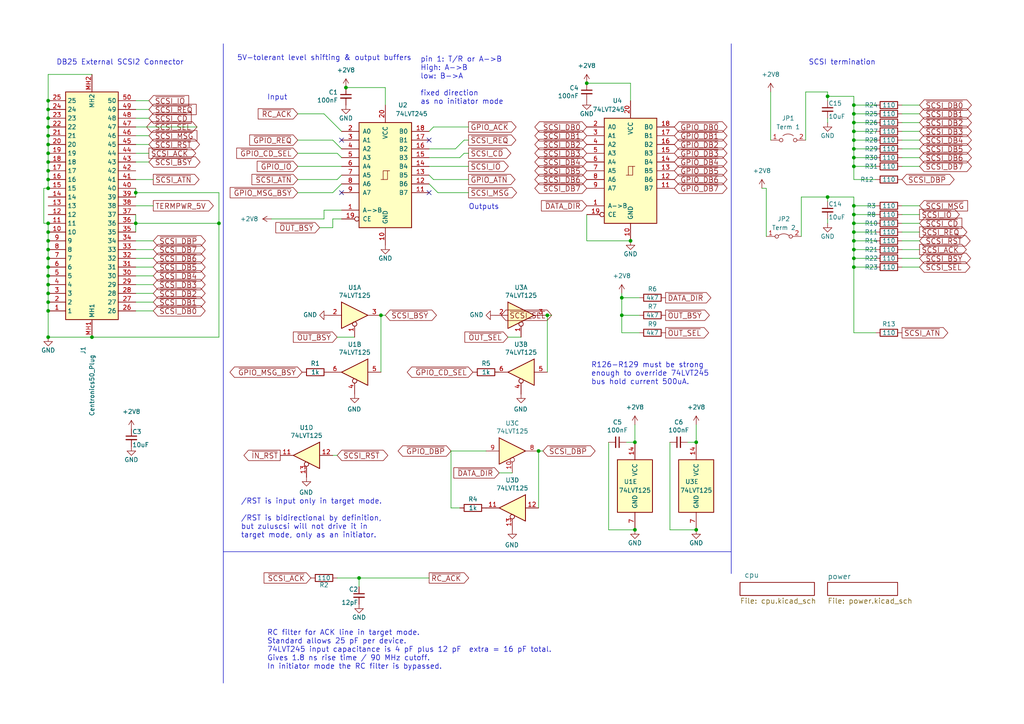
<source format=kicad_sch>
(kicad_sch (version 20230121) (generator eeschema)
  (paper "A4")
  (title_block (title "SillyTinySCSI") (rev "V2.0") (company "ZZJ / M.D.") (comment 1 "Derivative of ZuluSCSI Pico OSHW") (comment 2 "ZuluSCSI is a registered trademark of (C) Rabbit Hole Computing") (comment 3 "Descended from SCSI2SD, with special thanks to Michael McMaster"))
  (junction (at 13.97 52.07))
  (junction (at 39.37 64.77))
  (junction (at 170.18 24.13))
  (junction (at 247.65 64.77))
  (junction (at 13.97 31.75))
  (junction (at 247.65 74.93))
  (junction (at 158.75 91.44))
  (junction (at 247.65 59.69))
  (junction (at 13.97 82.55))
  (junction (at 13.97 34.29))
  (junction (at 13.97 85.09))
  (junction (at 13.97 90.17))
  (junction (at 247.65 40.64))
  (junction (at 13.97 67.31))
  (junction (at 184.15 153.67))
  (junction (at 156.21 130.81))
  (junction (at 13.97 97.79))
  (junction (at 13.97 77.47))
  (junction (at 247.65 30.48))
  (junction (at 13.97 41.91))
  (junction (at 180.34 91.44))
  (junction (at 13.97 39.37))
  (junction (at 247.65 43.18))
  (junction (at 247.65 72.39))
  (junction (at 247.65 62.23))
  (junction (at 201.93 153.67))
  (junction (at 247.65 77.47))
  (junction (at 182.88 69.85))
  (junction (at 13.97 29.21))
  (junction (at 184.15 128.27))
  (junction (at 39.37 55.88))
  (junction (at 13.97 54.61))
  (junction (at 13.97 72.39))
  (junction (at 247.65 35.56))
  (junction (at 13.97 74.93))
  (junction (at 100.33 25.4))
  (junction (at 201.93 128.27))
  (junction (at 110.49 91.44))
  (junction (at 240.03 57.15))
  (junction (at 13.97 64.77))
  (junction (at 247.65 45.72))
  (junction (at 13.97 49.53))
  (junction (at 13.97 44.45))
  (junction (at 104.14 167.64))
  (junction (at 13.97 87.63))
  (junction (at 247.65 33.02))
  (junction (at 247.65 67.31))
  (junction (at 63.5 64.77))
  (junction (at 180.34 86.36))
  (junction (at 13.97 80.01))
  (junction (at 240.03 27.94))
  (junction (at 13.97 36.83))
  (junction (at 247.65 69.85))
  (junction (at 13.97 46.99))
  (junction (at 247.65 38.1))
  (junction (at 26.67 97.79))
  (junction (at 13.97 69.85))
  (junction (at 247.65 48.26))
  (no_connect (at 124.46 55.88))
  (no_connect (at 99.06 55.88))
  (no_connect (at 124.46 40.64))
  (no_connect (at 99.06 40.64))
  (wire (pts (xy 13.97 21.59) (xy 26.67 21.59)))
  (wire (pts (xy 39.37 74.93) (xy 44.45 74.93)))
  (wire (pts (xy 39.37 72.39) (xy 44.45 72.39)))
  (wire (pts (xy 39.37 77.47) (xy 44.45 77.47)))
  (wire (pts (xy 247.65 38.1) (xy 247.65 40.64)))
  (wire (pts (xy 261.62 48.26) (xy 266.7 48.26)))
  (wire (pts (xy 39.37 41.91) (xy 43.18 41.91)))
  (wire (pts (xy 233.68 40.64) (xy 233.68 26.67)))
  (wire (pts (xy 110.49 91.44) (xy 110.49 107.95)))
  (wire (pts (xy 201.93 128.27) (xy 199.39 128.27)))
  (wire (pts (xy 194.31 128.27) (xy 194.31 153.67)))
  (wire (pts (xy 134.62 40.64) (xy 132.08 43.18)))
  (wire (pts (xy 247.65 48.26) (xy 247.65 52.07)))
  (wire (pts (xy 261.62 64.77) (xy 266.7 64.77)))
  (wire (pts (xy 124.46 48.26) (xy 135.89 48.26)))
  (wire (pts (xy 13.97 46.99) (xy 13.97 49.53)))
  (wire (pts (xy 63.5 55.88) (xy 63.5 64.77)))
  (wire (pts (xy 39.37 55.88) (xy 63.5 55.88)))
  (wire (pts (xy 247.65 43.18) (xy 247.65 45.72)))
  (wire (pts (xy 13.97 49.53) (xy 13.97 52.07)))
  (wire (pts (xy 93.98 63.5) (xy 93.98 60.96)))
  (wire (pts (xy 39.37 59.69) (xy 44.45 59.69)))
  (wire (pts (xy 39.37 64.77) (xy 39.37 67.31)))
  (wire (pts (xy 86.36 55.88) (xy 96.52 55.88)))
  (wire (pts (xy 78.74 63.5) (xy 93.98 63.5)))
  (wire (pts (xy 261.62 59.69) (xy 266.7 59.69)))
  (wire (pts (xy 247.65 67.31) (xy 247.65 69.85)))
  (wire (pts (xy 170.18 24.13) (xy 182.88 24.13)))
  (wire (pts (xy 222.25 68.58) (xy 222.25 54.61)))
  (wire (pts (xy 247.65 77.47) (xy 254 77.47)))
  (wire (pts (xy 247.65 27.94) (xy 247.65 30.48)))
  (wire (pts (xy 12.7 54.61) (xy 13.97 54.61)))
  (wire (pts (xy 132.08 43.18) (xy 124.46 43.18)))
  (wire (pts (xy 176.53 153.67) (xy 184.15 153.67)))
  (wire (pts (xy 247.65 74.93) (xy 254 74.93)))
  (wire (pts (xy 39.37 80.01) (xy 44.45 80.01)))
  (wire (pts (xy 39.37 34.29) (xy 43.18 34.29)))
  (wire (pts (xy 247.65 35.56) (xy 254 35.56)))
  (wire (pts (xy 63.5 64.77) (xy 63.5 97.79)))
  (wire (pts (xy 247.65 57.15) (xy 247.65 59.69)))
  (wire (pts (xy 261.62 67.31) (xy 266.7 67.31)))
  (wire (pts (xy 13.97 72.39) (xy 13.97 74.93)))
  (wire (pts (xy 232.41 57.15) (xy 240.03 57.15)))
  (wire (pts (xy 39.37 39.37) (xy 43.18 39.37)))
  (wire (pts (xy 13.97 85.09) (xy 13.97 87.63)))
  (wire (pts (xy 222.25 54.61) (xy 220.98 54.61)))
  (wire (pts (xy 247.65 38.1) (xy 254 38.1)))
  (wire (pts (xy 240.03 57.15) (xy 247.65 57.15)))
  (wire (pts (xy 182.88 24.13) (xy 182.88 29.21)))
  (wire (pts (xy 247.65 33.02) (xy 247.65 35.56)))
  (wire (pts (xy 261.62 30.48) (xy 266.7 30.48)))
  (wire (pts (xy 97.79 132.08) (xy 96.52 132.08)))
  (wire (pts (xy 247.65 35.56) (xy 247.65 38.1)))
  (wire (pts (xy 104.14 170.18) (xy 104.14 167.64)))
  (wire (pts (xy 13.97 34.29) (xy 13.97 36.83)))
  (wire (pts (xy 240.03 26.67) (xy 240.03 27.94)))
  (wire (pts (xy 13.97 64.77) (xy 13.97 67.31)))
  (wire (pts (xy 247.65 64.77) (xy 247.65 67.31)))
  (wire (pts (xy 39.37 54.61) (xy 39.37 55.88)))
  (wire (pts (xy 261.62 43.18) (xy 266.7 43.18)))
  (wire (pts (xy 261.62 33.02) (xy 266.7 33.02)))
  (wire (pts (xy 97.79 44.45) (xy 99.06 45.72)))
  (wire (pts (xy 39.37 90.17) (xy 44.45 90.17)))
  (wire (pts (xy 13.97 44.45) (xy 13.97 46.99)))
  (wire (pts (xy 13.97 39.37) (xy 13.97 41.91)))
  (wire (pts (xy 247.65 74.93) (xy 247.65 77.47)))
  (wire (pts (xy 170.18 69.85) (xy 182.88 69.85)))
  (wire (pts (xy 39.37 82.55) (xy 44.45 82.55)))
  (wire (pts (xy 261.62 72.39) (xy 266.7 72.39)))
  (wire (pts (xy 261.62 62.23) (xy 266.7 62.23)))
  (wire (pts (xy 13.97 87.63) (xy 13.97 90.17)))
  (wire (pts (xy 261.62 35.56) (xy 266.7 35.56)))
  (wire (pts (xy 13.97 80.01) (xy 13.97 82.55)))
  (wire (pts (xy 125.73 36.83) (xy 135.89 36.83)))
  (wire (pts (xy 247.65 40.64) (xy 247.65 43.18)))
  (wire (pts (xy 247.65 59.69) (xy 247.65 62.23)))
  (wire (pts (xy 99.06 38.1) (xy 93.98 33.02)))
  (wire (pts (xy 13.97 41.91) (xy 13.97 44.45)))
  (wire (pts (xy 144.78 107.95) (xy 143.51 107.95)))
  (wire (pts (xy 170.18 62.23) (xy 170.18 69.85)))
  (polyline (pts (xy 64.77 198.12) (xy 64.77 12.7)))
  (wire (pts (xy 158.75 91.44) (xy 158.75 107.95)))
  (wire (pts (xy 254 59.69) (xy 247.65 59.69)))
  (wire (pts (xy 134.62 44.45) (xy 135.89 44.45)))
  (wire (pts (xy 261.62 40.64) (xy 266.7 40.64)))
  (wire (pts (xy 104.14 167.64) (xy 97.79 167.64)))
  (wire (pts (xy 247.65 72.39) (xy 247.65 74.93)))
  (wire (pts (xy 39.37 44.45) (xy 43.18 44.45)))
  (wire (pts (xy 185.42 86.36) (xy 180.34 86.36)))
  (wire (pts (xy 13.97 31.75) (xy 13.97 34.29)))
  (wire (pts (xy 160.02 91.44) (xy 158.75 91.44)))
  (wire (pts (xy 39.37 52.07) (xy 44.45 52.07)))
  (wire (pts (xy 13.97 29.21) (xy 13.97 21.59)))
  (wire (pts (xy 261.62 77.47) (xy 266.7 77.47)))
  (wire (pts (xy 39.37 46.99) (xy 43.18 46.99)))
  (wire (pts (xy 97.79 52.07) (xy 99.06 50.8)))
  (wire (pts (xy 247.65 72.39) (xy 254 72.39)))
  (wire (pts (xy 13.97 67.31) (xy 13.97 69.85)))
  (wire (pts (xy 130.81 130.81) (xy 140.97 130.81)))
  (wire (pts (xy 180.34 91.44) (xy 180.34 86.36)))
  (wire (pts (xy 111.76 25.4) (xy 111.76 30.48)))
  (wire (pts (xy 39.37 62.23) (xy 39.37 64.77)))
  (wire (pts (xy 181.61 128.27) (xy 184.15 128.27)))
  (wire (pts (xy 86.36 48.26) (xy 99.06 48.26)))
  (wire (pts (xy 247.65 69.85) (xy 247.65 72.39)))
  (wire (pts (xy 12.7 64.77) (xy 12.7 54.61)))
  (wire (pts (xy 100.33 25.4) (xy 111.76 25.4)))
  (wire (pts (xy 39.37 87.63) (xy 44.45 87.63)))
  (wire (pts (xy 240.03 29.21) (xy 240.03 27.94)))
  (wire (pts (xy 104.14 167.64) (xy 124.46 167.64)))
  (wire (pts (xy 185.42 96.52) (xy 180.34 96.52)))
  (wire (pts (xy 261.62 38.1) (xy 266.7 38.1)))
  (wire (pts (xy 157.48 130.81) (xy 156.21 130.81)))
  (wire (pts (xy 124.46 45.72) (xy 133.35 45.72)))
  (wire (pts (xy 223.52 26.67) (xy 223.52 40.64)))
  (wire (pts (xy 247.65 48.26) (xy 254 48.26)))
  (wire (pts (xy 39.37 85.09) (xy 44.45 85.09)))
  (wire (pts (xy 111.76 91.44) (xy 110.49 91.44)))
  (wire (pts (xy 135.89 40.64) (xy 134.62 40.64)))
  (wire (pts (xy 39.37 64.77) (xy 63.5 64.77)))
  (wire (pts (xy 39.37 69.85) (xy 44.45 69.85)))
  (wire (pts (xy 97.79 97.79) (xy 102.87 97.79)))
  (wire (pts (xy 247.65 64.77) (xy 254 64.77)))
  (wire (pts (xy 13.97 29.21) (xy 13.97 31.75)))
  (wire (pts (xy 86.36 44.45) (xy 97.79 44.45)))
  (wire (pts (xy 13.97 82.55) (xy 13.97 85.09)))
  (wire (pts (xy 240.03 27.94) (xy 247.65 27.94)))
  (wire (pts (xy 247.65 45.72) (xy 254 45.72)))
  (wire (pts (xy 240.03 34.29) (xy 240.03 35.56)))
  (wire (pts (xy 194.31 153.67) (xy 201.93 153.67)))
  (wire (pts (xy 261.62 74.93) (xy 266.7 74.93)))
  (wire (pts (xy 13.97 97.79) (xy 26.67 97.79)))
  (wire (pts (xy 96.52 40.64) (xy 86.36 40.64)))
  (wire (pts (xy 130.81 147.32) (xy 130.81 130.81)))
  (wire (pts (xy 247.65 62.23) (xy 247.65 64.77)))
  (polyline (pts (xy 212.09 12.7) (xy 212.09 166.37)))
  (wire (pts (xy 13.97 74.93) (xy 13.97 77.47)))
  (wire (pts (xy 13.97 52.07) (xy 13.97 54.61)))
  (wire (pts (xy 176.53 128.27) (xy 176.53 153.67)))
  (wire (pts (xy 247.65 40.64) (xy 254 40.64)))
  (wire (pts (xy 254 96.52) (xy 247.65 96.52)))
  (wire (pts (xy 26.67 97.79) (xy 63.5 97.79)))
  (wire (pts (xy 247.65 45.72) (xy 247.65 48.26)))
  (wire (pts (xy 156.21 130.81) (xy 156.21 147.32)))
  (wire (pts (xy 133.35 45.72) (xy 134.62 44.45)))
  (wire (pts (xy 39.37 29.21) (xy 43.18 29.21)))
  (wire (pts (xy 125.73 52.07) (xy 135.89 52.07)))
  (wire (pts (xy 93.98 60.96) (xy 99.06 60.96)))
  (polyline (pts (xy 64.77 160.02) (xy 212.09 160.02)))
  (wire (pts (xy 184.15 128.27) (xy 184.15 123.19)))
  (wire (pts (xy 96.52 63.5) (xy 99.06 63.5)))
  (wire (pts (xy 127 55.88) (xy 135.89 55.88)))
  (wire (pts (xy 247.65 43.18) (xy 254 43.18)))
  (wire (pts (xy 13.97 64.77) (xy 12.7 64.77)))
  (wire (pts (xy 247.65 30.48) (xy 247.65 33.02)))
  (wire (pts (xy 13.97 69.85) (xy 13.97 72.39)))
  (wire (pts (xy 13.97 90.17) (xy 13.97 97.79)))
  (wire (pts (xy 180.34 86.36) (xy 180.34 85.09)))
  (wire (pts (xy 254 52.07) (xy 247.65 52.07)))
  (wire (pts (xy 247.65 96.52) (xy 247.65 77.47)))
  (wire (pts (xy 96.52 55.88) (xy 99.06 53.34)))
  (wire (pts (xy 185.42 91.44) (xy 180.34 91.44)))
  (wire (pts (xy 201.93 123.19) (xy 201.93 128.27)))
  (wire (pts (xy 254 30.48) (xy 247.65 30.48)))
  (wire (pts (xy 13.97 77.47) (xy 13.97 80.01)))
  (wire (pts (xy 233.68 26.67) (xy 240.03 26.67)))
  (wire (pts (xy 125.73 36.83) (xy 124.46 38.1)))
  (wire (pts (xy 180.34 91.44) (xy 180.34 96.52)))
  (wire (pts (xy 13.97 36.83) (xy 13.97 39.37)))
  (wire (pts (xy 247.65 62.23) (xy 254 62.23)))
  (wire (pts (xy 93.98 33.02) (xy 86.36 33.02)))
  (wire (pts (xy 130.81 147.32) (xy 133.35 147.32)))
  (wire (pts (xy 92.71 66.04) (xy 96.52 66.04)))
  (wire (pts (xy 232.41 68.58) (xy 232.41 57.15)))
  (wire (pts (xy 261.62 69.85) (xy 266.7 69.85)))
  (wire (pts (xy 247.65 33.02) (xy 254 33.02)))
  (wire (pts (xy 144.78 137.16) (xy 148.59 137.16)))
  (wire (pts (xy 96.52 66.04) (xy 96.52 63.5)))
  (wire (pts (xy 39.37 36.83) (xy 57.15 36.83)))
  (wire (pts (xy 99.06 43.18) (xy 96.52 40.64)))
  (wire (pts (xy 147.32 97.79) (xy 151.13 97.79)))
  (wire (pts (xy 247.65 69.85) (xy 254 69.85)))
  (wire (pts (xy 39.37 31.75) (xy 43.18 31.75)))
  (wire (pts (xy 247.65 67.31) (xy 254 67.31)))
  (wire (pts (xy 240.03 63.5) (xy 240.03 64.77)))
  (wire (pts (xy 86.36 52.07) (xy 97.79 52.07)))
  (wire (pts (xy 261.62 45.72) (xy 266.7 45.72)))
  (wire (pts (xy 39.37 57.15) (xy 39.37 55.88)))
  (wire (pts (xy 125.73 52.07) (xy 124.46 50.8)))
  (wire (pts (xy 240.03 58.42) (xy 240.03 57.15)))
  (wire (pts (xy 127 55.88) (xy 124.46 53.34)))
  (text "SCSI termination" (at 254 19.05 0) (effects (font (size 1.524 1.524)) (justify right bottom)))
  (text "pin 1: T/R or A->B\nHigh: A->B\nlow: B->A\n\nfixed direction\nas no initiator mode" (at 121.92 30.48 0) (effects (font (size 1.524 1.524)) (justify left bottom)))
  (text "R126-R129 must be strong\nenough to override 74LVT245\nbus hold current 500uA." (at 171.45 111.76 0) (effects (font (size 1.524 1.524)) (justify left bottom)))
  (text "5V-tolerant level shifting & output buffers" (at 119.38 17.78 0) (effects (font (size 1.524 1.524)) (justify right bottom)))
  (text "/RST is input only in target mode.\n\n/RST is bidirectional by definition, \nbut zuluscsi will not drive it in\ntarget mode, only as an initiator." (at 69.85 156.21 0) (effects (font (size 1.524 1.524)) (justify left bottom)))
  (text "DB25 External SCSI2 Connector" (at 53.34 19.05 0) (effects (font (size 1.524 1.524)) (justify right bottom)))
  (text "Outputs\n" (at 135.89 60.96 0) (effects (font (size 1.524 1.524)) (justify left bottom)))
  (text "Input" (at 77.47 29.21 0) (effects (font (size 1.524 1.524)) (justify left bottom)))
  (text "RC filter for ACK line in target mode.\nStandard allows 25 pF per device.\n74LVT245 input capacitance is 4 pF plus 12 pF  extra = 16 pF total.\nGives 1.8 ns rise time / 90 MHz cutoff.\nIn initiator mode the RC filter is bypassed." (at 77.47 194.31 0) (effects (font (size 1.524 1.524)) (justify left bottom)))
  (global_label "~{OUT_BSY}" (shape input) (at 97.79 97.79 180) (effects (font (size 1.524 1.524))) (property "Intersheetrefs" "${INTERSHEET_REFS}" (effects hide)))
  (global_label "~{SCSI_BSY}" (shape bidirectional) (at 266.7 74.93 0) (effects (font (size 1.524 1.524))) (property "Intersheetrefs" "${INTERSHEET_REFS}" (effects hide)))
  (global_label "~{SCSI_ACK}" (shape output) (at 266.7 72.39 0) (effects (font (size 1.524 1.524))) (property "Intersheetrefs" "${INTERSHEET_REFS}" (effects hide)))
  (global_label "~{OUT_SEL}" (shape output) (at 193.04 96.52 0) (effects (font (size 1.524 1.524))) (property "Intersheetrefs" "${INTERSHEET_REFS}" (effects hide)))
  (global_label "~{SCSI_IO}" (shape output) (at 266.7 62.23 0) (effects (font (size 1.524 1.524))) (property "Intersheetrefs" "${INTERSHEET_REFS}" (effects hide)))
  (global_label "TERMPWR_5V" (shape output) (at 44.45 59.69 0) (effects (font (size 1.524 1.524))) (property "Intersheetrefs" "${INTERSHEET_REFS}" (effects hide)))
  (global_label "~{SCSI_DB5}" (shape bidirectional) (at 266.7 43.18 0) (effects (font (size 1.524 1.524))) (property "Intersheetrefs" "${INTERSHEET_REFS}" (effects hide)))
  (global_label "~{SCSI_DB7}" (shape bidirectional) (at 44.45 72.39 0) (effects (font (size 1.524 1.524))) (property "Intersheetrefs" "${INTERSHEET_REFS}" (effects hide)))
  (global_label "~{SCSI_DB1}" (shape bidirectional) (at 170.18 39.37 180) (effects (font (size 1.524 1.524))) (property "Intersheetrefs" "${INTERSHEET_REFS}" (effects hide)))
  (global_label "~{SCSI_DBP}" (shape bidirectional) (at 261.62 52.07 0) (effects (font (size 1.524 1.524))) (property "Intersheetrefs" "${INTERSHEET_REFS}" (effects hide)))
  (global_label "~{SCSI_REQ}" (shape output) (at 266.7 67.31 0) (effects (font (size 1.524 1.524))) (property "Intersheetrefs" "${INTERSHEET_REFS}" (effects hide)))
  (global_label "~{SCSI_IO}" (shape output) (at 135.89 48.26 0) (effects (font (size 1.524 1.524))) (property "Intersheetrefs" "${INTERSHEET_REFS}" (effects hide)))
  (global_label "~{SCSI_CD}" (shape input) (at 43.18 34.29 0) (effects (font (size 1.524 1.524))) (property "Intersheetrefs" "${INTERSHEET_REFS}" (effects hide)))
  (global_label "~{SCSI_ATN}" (shape output) (at 261.62 96.52 0) (effects (font (size 1.524 1.524))) (property "Intersheetrefs" "${INTERSHEET_REFS}" (effects hide)))
  (global_label "~{SCSI_MSG}" (shape input) (at 43.18 39.37 0) (effects (font (size 1.524 1.524))) (property "Intersheetrefs" "${INTERSHEET_REFS}" (effects hide)))
  (global_label "~{SCSI_RST}" (shape bidirectional) (at 97.79 132.08 0) (effects (font (size 1.524 1.524))) (property "Intersheetrefs" "${INTERSHEET_REFS}" (effects hide)))
  (global_label "~{GPIO_DB4}" (shape bidirectional) (at 195.58 46.99 0) (effects (font (size 1.524 1.524))) (property "Intersheetrefs" "${INTERSHEET_REFS}" (effects hide)))
  (global_label "~{DATA_DIR}" (shape input) (at 144.78 137.16 180) (effects (font (size 1.524 1.524))) (property "Intersheetrefs" "${INTERSHEET_REFS}" (effects hide)))
  (global_label "~{SCSI_REQ}" (shape output) (at 135.89 40.64 0) (effects (font (size 1.524 1.524))) (property "Intersheetrefs" "${INTERSHEET_REFS}" (effects hide)))
  (global_label "~{DATA_DIR}" (shape output) (at 193.04 86.36 0) (effects (font (size 1.524 1.524))) (property "Intersheetrefs" "${INTERSHEET_REFS}" (effects hide)))
  (global_label "~{GPIO_ACK}" (shape output) (at 135.89 36.83 0) (effects (font (size 1.524 1.524))) (property "Intersheetrefs" "${INTERSHEET_REFS}" (effects hide)))
  (global_label "~{SCSI_DB0}" (shape bidirectional) (at 170.18 36.83 180) (effects (font (size 1.524 1.524))) (property "Intersheetrefs" "${INTERSHEET_REFS}" (effects hide)))
  (global_label "~{SCSI_DBP}" (shape bidirectional) (at 157.48 130.81 0) (effects (font (size 1.524 1.524))) (property "Intersheetrefs" "${INTERSHEET_REFS}" (effects hide)))
  (global_label "~{SCSI_DB6}" (shape bidirectional) (at 170.18 52.07 180) (effects (font (size 1.524 1.524))) (property "Intersheetrefs" "${INTERSHEET_REFS}" (effects hide)))
  (global_label "~{OUT_BSY}" (shape output) (at 193.04 91.44 0) (effects (font (size 1.524 1.524))) (property "Intersheetrefs" "${INTERSHEET_REFS}" (effects hide)))
  (global_label "~{OUT_SEL}" (shape input) (at 147.32 97.79 180) (effects (font (size 1.524 1.524))) (property "Intersheetrefs" "${INTERSHEET_REFS}" (effects hide)))
  (global_label "~{SCSI_DB3}" (shape bidirectional) (at 266.7 38.1 0) (effects (font (size 1.524 1.524))) (property "Intersheetrefs" "${INTERSHEET_REFS}" (effects hide)))
  (global_label "~{SCSI_SEL}" (shape bidirectional) (at 266.7 77.47 0) (effects (font (size 1.524 1.524))) (property "Intersheetrefs" "${INTERSHEET_REFS}" (effects hide)))
  (global_label "~{GPIO_DB7}" (shape bidirectional) (at 195.58 54.61 0) (effects (font (size 1.524 1.524))) (property "Intersheetrefs" "${INTERSHEET_REFS}" (effects hide)))
  (global_label "~{SCSI_DB6}" (shape bidirectional) (at 44.45 74.93 0) (effects (font (size 1.524 1.524))) (property "Intersheetrefs" "${INTERSHEET_REFS}" (effects hide)))
  (global_label "~{GPIO_IO}" (shape input) (at 86.36 48.26 180) (effects (font (size 1.524 1.524))) (property "Intersheetrefs" "${INTERSHEET_REFS}" (effects hide)))
  (global_label "~{SCSI_BSY}" (shape bidirectional) (at 43.18 46.99 0) (effects (font (size 1.524 1.524))) (property "Intersheetrefs" "${INTERSHEET_REFS}" (effects hide)))
  (global_label "~{GPIO_DB5}" (shape bidirectional) (at 195.58 49.53 0) (effects (font (size 1.524 1.524))) (property "Intersheetrefs" "${INTERSHEET_REFS}" (effects hide)))
  (global_label "~{DATA_DIR}" (shape input) (at 170.18 59.69 180) (effects (font (size 1.524 1.524))) (property "Intersheetrefs" "${INTERSHEET_REFS}" (effects hide)))
  (global_label "~{SCSI_REQ}" (shape input) (at 43.18 31.75 0) (effects (font (size 1.524 1.524))) (property "Intersheetrefs" "${INTERSHEET_REFS}" (effects hide)))
  (global_label "~{SCSI_DB0}" (shape bidirectional) (at 44.45 90.17 0) (effects (font (size 1.524 1.524))) (property "Intersheetrefs" "${INTERSHEET_REFS}" (effects hide)))
  (global_label "~{SCSI_ATN}" (shape output) (at 44.45 52.07 0) (effects (font (size 1.524 1.524))) (property "Intersheetrefs" "${INTERSHEET_REFS}" (effects hide)))
  (global_label "~{SCSI_DB2}" (shape bidirectional) (at 44.45 85.09 0) (effects (font (size 1.524 1.524))) (property "Intersheetrefs" "${INTERSHEET_REFS}" (effects hide)))
  (global_label "~{GPIO_DB2}" (shape bidirectional) (at 195.58 41.91 0) (effects (font (size 1.524 1.524))) (property "Intersheetrefs" "${INTERSHEET_REFS}" (effects hide)))
  (global_label "~{SCSI_DB2}" (shape bidirectional) (at 170.18 41.91 180) (effects (font (size 1.524 1.524))) (property "Intersheetrefs" "${INTERSHEET_REFS}" (effects hide)))
  (global_label "~{SCSI_DB5}" (shape bidirectional) (at 170.18 49.53 180) (effects (font (size 1.524 1.524))) (property "Intersheetrefs" "${INTERSHEET_REFS}" (effects hide)))
  (global_label "~{SCSI_DB0}" (shape bidirectional) (at 266.7 30.48 0) (effects (font (size 1.524 1.524))) (property "Intersheetrefs" "${INTERSHEET_REFS}" (effects hide)))
  (global_label "~{RC_ACK}" (shape input) (at 86.36 33.02 180) (effects (font (size 1.524 1.524))) (property "Intersheetrefs" "${INTERSHEET_REFS}" (effects hide)))
  (global_label "~{RC_ACK}" (shape output) (at 124.46 167.64 0) (effects (font (size 1.524 1.524))) (property "Intersheetrefs" "${INTERSHEET_REFS}" (effects hide)))
  (global_label "~{SCSI_CD}" (shape output) (at 135.89 44.45 0) (effects (font (size 1.524 1.524))) (property "Intersheetrefs" "${INTERSHEET_REFS}" (effects hide)))
  (global_label "~{SCSI_BSY}" (shape bidirectional) (at 111.76 91.44 0) (effects (font (size 1.524 1.524))) (property "Intersheetrefs" "${INTERSHEET_REFS}" (effects hide)))
  (global_label "~{SCSI_DB7}" (shape bidirectional) (at 170.18 54.61 180) (effects (font (size 1.524 1.524))) (property "Intersheetrefs" "${INTERSHEET_REFS}" (effects hide)))
  (global_label "~{SCSI_SEL}" (shape bidirectional) (at 57.15 36.83 180) (effects (font (size 1.524 1.524))) (property "Intersheetrefs" "${INTERSHEET_REFS}" (effects hide)))
  (global_label "~{SCSI_DB4}" (shape bidirectional) (at 44.45 80.01 0) (effects (font (size 1.524 1.524))) (property "Intersheetrefs" "${INTERSHEET_REFS}" (effects hide)))
  (global_label "~{SCSI_DBP}" (shape bidirectional) (at 44.45 69.85 0) (effects (font (size 1.524 1.524))) (property "Intersheetrefs" "${INTERSHEET_REFS}" (effects hide)))
  (global_label "~{GPIO_MSG_BSY}" (shape input) (at 86.36 55.88 180) (effects (font (size 1.524 1.524))) (property "Intersheetrefs" "${INTERSHEET_REFS}" (effects hide)))
  (global_label "~{GPIO_DBP}" (shape bidirectional) (at 130.81 130.81 180) (effects (font (size 1.524 1.524))) (property "Intersheetrefs" "${INTERSHEET_REFS}" (effects hide)))
  (global_label "~{GPIO_DB0}" (shape bidirectional) (at 195.58 36.83 0) (effects (font (size 1.524 1.524))) (property "Intersheetrefs" "${INTERSHEET_REFS}" (effects hide)))
  (global_label "~{GPIO_ATN}" (shape output) (at 135.89 52.07 0) (effects (font (size 1.524 1.524))) (property "Intersheetrefs" "${INTERSHEET_REFS}" (effects hide)))
  (global_label "~{SCSI_ATN}" (shape input) (at 86.36 52.07 180) (effects (font (size 1.524 1.524))) (property "Intersheetrefs" "${INTERSHEET_REFS}" (effects hide)))
  (global_label "~{SCSI_MSG}" (shape input) (at 266.7 59.69 0) (effects (font (size 1.524 1.524))) (property "Intersheetrefs" "${INTERSHEET_REFS}" (effects hide)))
  (global_label "~{SCSI_DB1}" (shape bidirectional) (at 44.45 87.63 0) (effects (font (size 1.524 1.524))) (property "Intersheetrefs" "${INTERSHEET_REFS}" (effects hide)))
  (global_label "~{GPIO_MSG_BSY}" (shape bidirectional) (at 87.63 107.95 180) (effects (font (size 1.524 1.524))) (property "Intersheetrefs" "${INTERSHEET_REFS}" (effects hide)))
  (global_label "~{SCSI_ACK}" (shape output) (at 43.18 44.45 0) (effects (font (size 1.524 1.524))) (property "Intersheetrefs" "${INTERSHEET_REFS}" (effects hide)))
  (global_label "~{OUT_BSY}" (shape input) (at 92.71 66.04 180) (effects (font (size 1.524 1.524))) (property "Intersheetrefs" "${INTERSHEET_REFS}" (effects hide)))
  (global_label "~{GPIO_DB3}" (shape bidirectional) (at 195.58 44.45 0) (effects (font (size 1.524 1.524))) (property "Intersheetrefs" "${INTERSHEET_REFS}" (effects hide)))
  (global_label "~{SCSI_DB7}" (shape bidirectional) (at 266.7 48.26 0) (effects (font (size 1.524 1.524))) (property "Intersheetrefs" "${INTERSHEET_REFS}" (effects hide)))
  (global_label "~{SCSI_DB4}" (shape bidirectional) (at 266.7 40.64 0) (effects (font (size 1.524 1.524))) (property "Intersheetrefs" "${INTERSHEET_REFS}" (effects hide)))
  (global_label "~{SCSI_DB5}" (shape bidirectional) (at 44.45 77.47 0) (effects (font (size 1.524 1.524))) (property "Intersheetrefs" "${INTERSHEET_REFS}" (effects hide)))
  (global_label "~{SCSI_DB4}" (shape bidirectional) (at 170.18 46.99 180) (effects (font (size 1.524 1.524))) (property "Intersheetrefs" "${INTERSHEET_REFS}" (effects hide)))
  (global_label "~{GPIO_CD_SEL}" (shape bidirectional) (at 137.16 107.95 180) (effects (font (size 1.524 1.524))) (property "Intersheetrefs" "${INTERSHEET_REFS}" (effects hide)))
  (global_label "~{SCSI_DB6}" (shape bidirectional) (at 266.7 45.72 0) (effects (font (size 1.524 1.524))) (property "Intersheetrefs" "${INTERSHEET_REFS}" (effects hide)))
  (global_label "~{SCSI_RST}" (shape bidirectional) (at 43.18 41.91 0) (effects (font (size 1.524 1.524))) (property "Intersheetrefs" "${INTERSHEET_REFS}" (effects hide)))
  (global_label "~{SCSI_DB3}" (shape bidirectional) (at 44.45 82.55 0) (effects (font (size 1.524 1.524))) (property "Intersheetrefs" "${INTERSHEET_REFS}" (effects hide)))
  (global_label "~{GPIO_REQ}" (shape input) (at 86.36 40.64 180) (effects (font (size 1.524 1.524))) (property "Intersheetrefs" "${INTERSHEET_REFS}" (effects hide)))
  (global_label "~{SCSI_DB3}" (shape bidirectional) (at 170.18 44.45 180) (effects (font (size 1.524 1.524))) (property "Intersheetrefs" "${INTERSHEET_REFS}" (effects hide)))
  (global_label "~{IN_RST}" (shape output) (at 81.28 132.08 180) (effects (font (size 1.524 1.524))) (property "Intersheetrefs" "${INTERSHEET_REFS}" (effects hide)))
  (global_label "~{SCSI_IO}" (shape input) (at 43.18 29.21 0) (effects (font (size 1.524 1.524))) (property "Intersheetrefs" "${INTERSHEET_REFS}" (effects hide)))
  (global_label "~{SCSI_SEL}" (shape bidirectional) (at 160.02 91.44 180) (effects (font (size 1.524 1.524))) (property "Intersheetrefs" "${INTERSHEET_REFS}" (effects hide)))
  (global_label "~{SCSI_DB2}" (shape bidirectional) (at 266.7 35.56 0) (effects (font (size 1.524 1.524))) (property "Intersheetrefs" "${INTERSHEET_REFS}" (effects hide)))
  (global_label "~{SCSI_ACK}" (shape input) (at 90.17 167.64 180) (effects (font (size 1.524 1.524))) (property "Intersheetrefs" "${INTERSHEET_REFS}" (effects hide)))
  (global_label "~{SCSI_CD}" (shape input) (at 266.7 64.77 0) (effects (font (size 1.524 1.524))) (property "Intersheetrefs" "${INTERSHEET_REFS}" (effects hide)))
  (global_label "~{GPIO_CD_SEL}" (shape input) (at 86.36 44.45 180) (effects (font (size 1.524 1.524))) (property "Intersheetrefs" "${INTERSHEET_REFS}" (effects hide)))
  (global_label "~{SCSI_RST}" (shape bidirectional) (at 266.7 69.85 0) (effects (font (size 1.524 1.524))) (property "Intersheetrefs" "${INTERSHEET_REFS}" (effects hide)))
  (global_label "~{GPIO_DB6}" (shape bidirectional) (at 195.58 52.07 0) (effects (font (size 1.524 1.524))) (property "Intersheetrefs" "${INTERSHEET_REFS}" (effects hide)))
  (global_label "~{GPIO_DB1}" (shape bidirectional) (at 195.58 39.37 0) (effects (font (size 1.524 1.524))) (property "Intersheetrefs" "${INTERSHEET_REFS}" (effects hide)))
  (global_label "~{SCSI_DB1}" (shape bidirectional) (at 266.7 33.02 0) (effects (font (size 1.524 1.524))) (property "Intersheetrefs" "${INTERSHEET_REFS}" (effects hide)))
  (global_label "~{SCSI_MSG}" (shape output) (at 135.89 55.88 0) (effects (font (size 1.524 1.524))) (property "Intersheetrefs" "${INTERSHEET_REFS}" (effects hide)))
  (symbol (lib_id "zuluscsi-rescue:C_Small") (at 38.1 127 0) (unit 1)
    (property "Reference" "C3" (at 38.354 125.222 0) (effects (justify left)))
    (property "Value" "10uF" (at 38.354 129.032 0) (effects (justify left)))
    (property "Footprint" "Capacitor_SMD:C_0805_2012Metric" (effects hide))
    (property "LCSC" "C15850" (effects hide))
    (property "Manufacturer" "Samsung" (effects hide))
    (property "PartNumber" "CL21A106KPFNNNG" (effects hide))
    (property "digikey" "1276-6456-1-ND " (effects hide))
  )
  (symbol (lib_id "zuluscsi-rescue:GND") (at 38.1 129.54 0) (unit 1)
    (property "Reference" "#PWR014" (effects hide))
    (property "Value" "GND" (at 38.1 133.35 0))
  )
  (symbol (lib_id "zuluscsi-rescue:C_Small") (at 170.18 26.67 0) (unit 1)
    (property "Reference" "C4" (at 167.8686 25.5016 0) (effects (justify right)))
    (property "Value" "100nF" (at 167.8686 27.813 0) (effects (justify right)))
    (property "Footprint" "Capacitor_SMD:C_0603_1608Metric" (effects hide))
    (property "LCSC" "C14663" (effects hide))
    (property "Manufacturer" "Samsung" (effects hide))
    (property "PartNumber" "CL10B104KB8NNWC" (effects hide))
    (property "digikey" "1276-1935-1-ND" (effects hide))
  )
  (symbol (lib_id "zuluscsi-rescue:C_Small") (at 179.07 128.27 270) (unit 1)
    (property "Reference" "C5" (at 179.07 122.4534 90))
    (property "Value" "100nF" (at 179.07 124.7648 90))
    (property "Footprint" "Capacitor_SMD:C_0603_1608Metric" (effects hide))
    (property "LCSC" "C14663" (effects hide))
    (property "Manufacturer" "Samsung" (effects hide))
    (property "PartNumber" "CL10B104KB8NNWC" (effects hide))
    (property "digikey" "1276-1935-1-ND" (effects hide))
  )
  (symbol (lib_id "zuluscsi-rescue:R") (at 257.81 52.07 270) (unit 1)
    (property "Reference" "R12" (at 251.46 52.07 90))
    (property "Value" "110" (at 257.81 52.07 90))
    (property "Footprint" "Resistor_SMD:R_0603_1608Metric" (effects hide))
    (property "LCSC" "C22781" (effects hide))
    (property "Manufacturer" "Yageo" (effects hide))
    (property "PartNumber" "RC0603FR-07110RL" (effects hide))
    (property "digikey" "311-110HRTR-ND" (effects hide))
  )
  (symbol (lib_id "zuluscsi-rescue:R") (at 257.81 96.52 270) (unit 1)
    (property "Reference" "R13" (at 257.81 93.98 90))
    (property "Value" "110" (at 257.81 96.52 90))
    (property "Footprint" "Resistor_SMD:R_0603_1608Metric" (effects hide))
    (property "LCSC" "C22781" (effects hide))
    (property "Manufacturer" "Yageo" (effects hide))
    (property "PartNumber" "RC0603FR-07110RL" (effects hide))
    (property "digikey" "311-110HRTR-ND" (effects hide))
  )
  (symbol (lib_id "zuluscsi-rescue:C_Small") (at 196.85 128.27 90) (unit 1)
    (property "Reference" "C6" (at 196.85 122.4534 90))
    (property "Value" "100nF" (at 196.85 124.7648 90))
    (property "Footprint" "Capacitor_SMD:C_0603_1608Metric" (effects hide))
    (property "LCSC" "C14663" (effects hide))
    (property "Manufacturer" "Samsung" (effects hide))
    (property "PartNumber" "CL10B104KB8NNWC" (effects hide))
    (property "digikey" "1276-1935-1-ND" (effects hide))
  )
  (symbol (lib_id "zuluscsi-rescue:C_Small") (at 100.33 27.94 0) (unit 1)
    (property "Reference" "C1" (at 98.0186 26.7716 0) (effects (justify right)))
    (property "Value" "100nF" (at 98.0186 29.083 0) (effects (justify right)))
    (property "Footprint" "Capacitor_SMD:C_0603_1608Metric" (effects hide))
    (property "LCSC" "C14663" (effects hide))
    (property "Manufacturer" "Samsung" (effects hide))
    (property "PartNumber" "CL10B104KB8NNWC" (effects hide))
    (property "digikey" "1276-1935-1-ND" (effects hide))
  )
  (symbol (lib_id "zuluscsi-rescue:GND") (at 13.97 97.79 0) (unit 1)
    (property "Reference" "#PWR01" (effects hide))
    (property "Value" "GND" (at 13.97 101.6 0))
  )
  (symbol (lib_id "zuluscsi-rescue:R") (at 93.98 167.64 90) (mirror x) (unit 1)
    (property "Reference" "R2" (at 93.98 169.672 90))
    (property "Value" "110" (at 93.98 167.64 90))
    (property "Footprint" "Resistor_SMD:R_0603_1608Metric" (effects hide))
    (property "LCSC" "C22781" (effects hide))
    (property "Manufacturer" "Yageo" (effects hide))
    (property "PartNumber" "RC0603FR-07110RL" (effects hide))
    (property "digikey" "311-110HRTR-ND" (effects hide))
  )
  (symbol (lib_id "zuluscsi-rescue:C_Small") (at 104.14 172.72 0) (mirror y) (unit 1)
    (property "Reference" "C2" (at 103.886 170.942 0) (effects (justify left)))
    (property "Value" "12pF" (at 103.886 174.752 0) (effects (justify left)))
    (property "Footprint" "Capacitor_SMD:C_0603_1608Metric" (effects hide))
    (property "LCSC" "C38523" (effects hide))
    (property "Manufacturer" "KEMET" (effects hide))
    (property "PartNumber" "C0603C120J5GAC7867" (effects hide))
    (property "digikey" "399-C0603C120J5GAC7867TR-ND" (effects hide))
  )
  (symbol (lib_id "zuluscsi-rescue:GND") (at 104.14 175.26 0) (mirror y) (unit 1)
    (property "Reference" "#PWR08" (effects hide))
    (property "Value" "GND" (at 104.14 179.07 0))
  )
  (symbol (lib_id "74xx:74LS245") (at 182.88 49.53 0) (unit 1)
    (property "Reference" "U4" (at 179.07 29.21 0))
    (property "Value" "74LVT245" (at 176.53 31.75 0))
    (property "Footprint" "ZuluSCSI:SSOP_TSSOP-20_5.3x7.2mm_P0.65mm" (effects hide))
    (property "Datasheet" "http://www.ti.com/lit/gpn/sn74LS245" (effects hide))
    (property "LCSC" "C7057" (effects hide))
    (property "Manufacturer" "Diodes Inc" (effects hide))
    (property "PartNumber" "74LVT245BBT20-13" (effects hide))
    (property "digikey" "74LVT245BBT20-13DICT-ND" (effects hide))
    (property "JLCPCBCORRECT" "0;0;-90" (effects hide))
  )
  (symbol (lib_id "74xx:74LVC125") (at 102.87 91.44 0) (unit 1)
    (property "Reference" "U1" (at 102.87 83.3882 0))
    (property "Value" "74LVT125" (at 102.87 85.6996 0))
    (property "Footprint" "ZuluSCSI:SSOP_TSSOP-14_4.4x5mm_Pitch0.65mm_PCBWay-MaskClearance0.22mm" (effects hide))
    (property "Datasheet" "http://www.ti.com/lit/gpn/sn74LVC125" (effects hide))
    (property "LCSC" "C7042" (effects hide))
    (property "Manufacturer" "Onsemi" (effects hide))
    (property "PartNumber" "74LVTH125MTC" (effects hide))
    (property "digikey" "74LVTH125MTC-ND" (effects hide))
    (property "JLCPCBCORRECT" "0;0;-90" (effects hide))
  )
  (symbol (lib_id "74xx:74LVC125") (at 102.87 107.95 0) (mirror y) (unit 2)
    (property "Reference" "U1" (at 102.87 99.8982 0))
    (property "Value" "74LVT125" (at 102.87 102.2096 0))
    (property "Footprint" "ZuluSCSI:SSOP_TSSOP-14_4.4x5mm_Pitch0.65mm_PCBWay-MaskClearance0.22mm" (effects hide))
    (property "Datasheet" "http://www.ti.com/lit/gpn/sn74LVC125" (effects hide))
    (property "LCSC" "C7042" (effects hide))
    (property "Manufacturer" "Onsemi" (effects hide))
    (property "PartNumber" "74LVTH125MTC" (effects hide))
    (property "digikey" "74LVTH125MTC-ND" (effects hide))
    (property "JLCPCBCORRECT" "0;0;-90" (effects hide))
  )
  (symbol (lib_id "zuluscsi-rescue:GND") (at 102.87 114.3 0) (mirror y) (unit 1)
    (property "Reference" "#PWR07" (effects hide))
    (property "Value" "GND" (at 102.743 118.6942 0))
  )
  (symbol (lib_id "zuluscsi-rescue:GND") (at 95.25 91.44 270) (mirror x) (unit 1)
    (property "Reference" "#PWR04" (effects hide))
    (property "Value" "GND" (at 91.9988 91.313 90) (effects (justify right)))
  )
  (symbol (lib_id "74xx:74LVC125") (at 88.9 132.08 0) (mirror y) (unit 4)
    (property "Reference" "U1" (at 88.9 124.0282 0))
    (property "Value" "74LVT125" (at 88.9 126.3396 0))
    (property "Footprint" "ZuluSCSI:SSOP_TSSOP-14_4.4x5mm_Pitch0.65mm_PCBWay-MaskClearance0.22mm" (effects hide))
    (property "Datasheet" "http://www.ti.com/lit/gpn/sn74LVC125" (effects hide))
    (property "LCSC" "C7042" (effects hide))
    (property "Manufacturer" "Onsemi" (effects hide))
    (property "PartNumber" "74LVTH125MTC" (effects hide))
    (property "digikey" "74LVTH125MTC-ND" (effects hide))
    (property "JLCPCBCORRECT" "0;0;-90" (effects hide))
  )
  (symbol (lib_id "zuluscsi-rescue:GND") (at 88.9 138.43 0) (mirror y) (unit 1)
    (property "Reference" "#PWR03" (effects hide))
    (property "Value" "GND" (at 88.773 142.8242 0))
  )
  (symbol (lib_id "74xx:74LS245") (at 111.76 50.8 0) (unit 1)
    (property "Reference" "U2" (at 116.84 30.48 0))
    (property "Value" "74LVT245" (at 119.38 33.02 0))
    (property "Footprint" "ZuluSCSI:SSOP_TSSOP-20_5.3x7.2mm_P0.65mm" (effects hide))
    (property "Datasheet" "http://www.ti.com/lit/gpn/sn74LS245" (effects hide))
    (property "LCSC" "C7057" (effects hide))
    (property "Manufacturer" "Diodes Inc" (effects hide))
    (property "PartNumber" "74LVT245BBT20-13" (effects hide))
    (property "digikey" "74LVT245BBT20-13DICT-ND" (effects hide))
    (property "JLCPCBCORRECT" "0;0;-90" (effects hide))
  )
  (symbol (lib_id "74xx:74LVC125") (at 151.13 91.44 0) (unit 1)
    (property "Reference" "U3" (at 151.13 83.3882 0))
    (property "Value" "74LVT125" (at 151.13 85.6996 0))
    (property "Footprint" "ZuluSCSI:SSOP_TSSOP-14_4.4x5mm_Pitch0.65mm_PCBWay-MaskClearance0.22mm" (effects hide))
    (property "Datasheet" "http://www.ti.com/lit/gpn/sn74LVC125" (effects hide))
    (property "LCSC" "C7042" (effects hide))
    (property "Manufacturer" "Onsemi" (effects hide))
    (property "PartNumber" "74LVTH125MTC" (effects hide))
    (property "digikey" "74LVTH125MTC-ND" (effects hide))
    (property "JLCPCBCORRECT" "0;0;-90" (effects hide))
  )
  (symbol (lib_id "74xx:74LVC125") (at 151.13 107.95 0) (mirror y) (unit 2)
    (property "Reference" "U3" (at 151.13 99.8982 0))
    (property "Value" "74LVT125" (at 151.13 102.2096 0))
    (property "Footprint" "ZuluSCSI:SSOP_TSSOP-14_4.4x5mm_Pitch0.65mm_PCBWay-MaskClearance0.22mm" (effects hide))
    (property "Datasheet" "http://www.ti.com/lit/gpn/sn74LVC125" (effects hide))
    (property "LCSC" "C7042" (effects hide))
    (property "Manufacturer" "Onsemi" (effects hide))
    (property "PartNumber" "74LVTH125MTC" (effects hide))
    (property "digikey" "74LVTH125MTC-ND" (effects hide))
    (property "JLCPCBCORRECT" "0;0;-90" (effects hide))
  )
  (symbol (lib_id "zuluscsi-rescue:GND") (at 151.13 114.3 0) (mirror y) (unit 1)
    (property "Reference" "#PWR012" (effects hide))
    (property "Value" "GND" (at 151.003 118.6942 0))
  )
  (symbol (lib_id "zuluscsi-rescue:GND") (at 143.51 91.44 270) (mirror x) (unit 1)
    (property "Reference" "#PWR010" (effects hide))
    (property "Value" "GND" (at 140.2588 91.313 90) (effects (justify right)))
  )
  (symbol (lib_id "74xx:74LVC125") (at 148.59 130.81 0) (unit 3)
    (property "Reference" "U3" (at 148.59 122.7582 0))
    (property "Value" "74LVT125" (at 148.59 125.0696 0))
    (property "Footprint" "ZuluSCSI:SSOP_TSSOP-14_4.4x5mm_Pitch0.65mm_PCBWay-MaskClearance0.22mm" (effects hide))
    (property "Datasheet" "http://www.ti.com/lit/gpn/sn74LVC125" (effects hide))
    (property "LCSC" "C7042" (effects hide))
    (property "Manufacturer" "Onsemi" (effects hide))
    (property "PartNumber" "74LVTH125MTC" (effects hide))
    (property "digikey" "74LVTH125MTC-ND" (effects hide))
    (property "JLCPCBCORRECT" "0;0;-90" (effects hide))
  )
  (symbol (lib_id "74xx:74LVC125") (at 148.59 147.32 0) (mirror y) (unit 4)
    (property "Reference" "U3" (at 148.59 139.2682 0))
    (property "Value" "74LVT125" (at 148.59 141.5796 0))
    (property "Footprint" "ZuluSCSI:SSOP_TSSOP-14_4.4x5mm_Pitch0.65mm_PCBWay-MaskClearance0.22mm" (effects hide))
    (property "Datasheet" "http://www.ti.com/lit/gpn/sn74LVC125" (effects hide))
    (property "LCSC" "C7042" (effects hide))
    (property "Manufacturer" "Onsemi" (effects hide))
    (property "PartNumber" "74LVTH125MTC" (effects hide))
    (property "digikey" "74LVTH125MTC-ND" (effects hide))
    (property "JLCPCBCORRECT" "0;0;-90" (effects hide))
  )
  (symbol (lib_id "zuluscsi-rescue:GND") (at 148.59 153.67 0) (mirror y) (unit 1)
    (property "Reference" "#PWR011" (effects hide))
    (property "Value" "GND" (at 148.463 158.0642 0))
  )
  (symbol (lib_id "zuluscsi-rescue:R") (at 140.97 107.95 90) (mirror x) (unit 1)
    (property "Reference" "R5" (at 140.97 105.41 90))
    (property "Value" "1k" (at 140.97 107.95 90))
    (property "Footprint" "Resistor_SMD:R_0603_1608Metric" (effects hide))
    (property "LCSC" "C21190" (effects hide))
    (property "Manufacturer" "Yageo" (effects hide))
    (property "PartNumber" "RC0603JR-071KL" (effects hide))
    (property "digikey" "311-1.0KGRCT-ND" (effects hide))
  )
  (symbol (lib_id "zuluscsi-rescue:R") (at 137.16 147.32 270) (mirror x) (unit 1)
    (property "Reference" "R4" (at 137.16 144.78 90))
    (property "Value" "1k" (at 137.16 147.32 90))
    (property "Footprint" "Resistor_SMD:R_0603_1608Metric" (effects hide))
    (property "LCSC" "C21190" (effects hide))
    (property "Manufacturer" "Yageo" (effects hide))
    (property "PartNumber" "RC0603JR-071KL" (effects hide))
    (property "digikey" "311-1.0KGRCT-ND" (effects hide))
  )
  (symbol (lib_id "zuluscsi-rescue:R") (at 91.44 107.95 90) (mirror x) (unit 1)
    (property "Reference" "R1" (at 91.44 105.41 90))
    (property "Value" "1k" (at 91.44 107.95 90))
    (property "Footprint" "Resistor_SMD:R_0603_1608Metric" (effects hide))
    (property "LCSC" "C21190" (effects hide))
    (property "Manufacturer" "Yageo" (effects hide))
    (property "PartNumber" "RC0603JR-071KL" (effects hide))
    (property "digikey" "311-1.0KGRCT-ND" (effects hide))
  )
  (symbol (lib_id "zuluscsi-rescue:GND") (at 182.88 69.85 0) (mirror y) (unit 1)
    (property "Reference" "#PWR018" (effects hide))
    (property "Value" "GND" (at 182.88 73.66 0))
  )
  (symbol (lib_id "zuluscsi-rescue:GND") (at 111.76 71.12 0) (unit 1)
    (property "Reference" "#PWR09" (effects hide))
    (property "Value" "GND" (at 111.76 74.93 0))
  )
  (symbol (lib_id "zuluscsi-rescue:GND") (at 100.33 30.48 0) (unit 1)
    (property "Reference" "#PWR06" (effects hide))
    (property "Value" "GND" (at 100.33 34.29 0))
  )
  (symbol (lib_id "zuluscsi-rescue:GND") (at 170.18 29.21 0) (unit 1)
    (property "Reference" "#PWR016" (effects hide))
    (property "Value" "GND" (at 170.18 33.02 0))
  )
  (symbol (lib_id "zuluscsi-rescue:R") (at 189.23 86.36 90) (mirror x) (unit 1)
    (property "Reference" "R6" (at 189.23 83.82 90))
    (property "Value" "4k7" (at 189.23 86.36 90))
    (property "Footprint" "Resistor_SMD:R_0603_1608Metric" (effects hide))
    (property "LCSC" "C23162" (effects hide))
    (property "Manufacturer" "Yageo" (effects hide))
    (property "PartNumber" "RC0603JR-074K7L" (effects hide))
    (property "digikey" "311-100KHRTR-ND" (effects hide))
  )
  (symbol (lib_id "zuluscsi-rescue:R") (at 189.23 91.44 90) (mirror x) (unit 1)
    (property "Reference" "R7" (at 189.23 88.9 90))
    (property "Value" "4k7" (at 189.23 91.44 90))
    (property "Footprint" "Resistor_SMD:R_0603_1608Metric" (effects hide))
    (property "LCSC" "C23162" (effects hide))
    (property "Manufacturer" "Yageo" (effects hide))
    (property "PartNumber" "RC0603JR-074K7L" (effects hide))
    (property "digikey" "311-100KHRTR-ND" (effects hide))
  )
  (symbol (lib_id "zuluscsi-rescue:R") (at 189.23 96.52 90) (mirror x) (unit 1)
    (property "Reference" "R9" (at 189.23 93.98 90))
    (property "Value" "4k7" (at 189.23 96.52 90))
    (property "Footprint" "Resistor_SMD:R_0603_1608Metric" (effects hide))
    (property "LCSC" "C23162" (effects hide))
    (property "Manufacturer" "Yageo" (effects hide))
    (property "PartNumber" "RC0603JR-074K7L" (effects hide))
    (property "digikey" "311-100KHRTR-ND" (effects hide))
  )
  (symbol (lib_id "74xx:74LVC125") (at 184.15 140.97 0) (unit 5)
    (property "Reference" "U1" (at 182.88 139.7 0))
    (property "Value" "74LVT125" (at 184.15 142.24 0))
    (property "Footprint" "ZuluSCSI:SSOP_TSSOP-14_4.4x5mm_Pitch0.65mm_PCBWay-MaskClearance0.22mm" (effects hide))
    (property "Datasheet" "http://www.ti.com/lit/gpn/sn74LVC125" (effects hide))
    (property "LCSC" "C7042" (effects hide))
    (property "Manufacturer" "Onsemi" (effects hide))
    (property "PartNumber" "74LVTH125MTC" (effects hide))
    (property "digikey" "74LVTH125MTC-ND" (effects hide))
    (property "JLCPCBCORRECT" "0;0;-90" (effects hide))
  )
  (symbol (lib_id "74xx:74LVC125") (at 201.93 140.97 0) (unit 5)
    (property "Reference" "U3" (at 200.66 139.7 0))
    (property "Value" "74LVT125" (at 201.93 142.24 0))
    (property "Footprint" "ZuluSCSI:SSOP_TSSOP-14_4.4x5mm_Pitch0.65mm_PCBWay-MaskClearance0.22mm" (effects hide))
    (property "Datasheet" "http://www.ti.com/lit/gpn/sn74LVC125" (effects hide))
    (property "LCSC" "C7042" (effects hide))
    (property "Manufacturer" "Onsemi" (effects hide))
    (property "PartNumber" "74LVTH125MTC" (effects hide))
    (property "digikey" "74LVTH125MTC-ND" (effects hide))
    (property "JLCPCBCORRECT" "0;0;-90" (effects hide))
  )
  (symbol (lib_id "zuluscsi-rescue:GND") (at 184.15 153.67 0) (unit 1)
    (property "Reference" "#PWR020" (effects hide))
    (property "Value" "GND" (at 184.15 157.48 0))
  )
  (symbol (lib_id "zuluscsi-rescue:GND") (at 201.93 153.67 0) (unit 1)
    (property "Reference" "#PWR022" (effects hide))
    (property "Value" "GND" (at 201.93 157.48 0))
  )
  (symbol (lib_id "Jumper:Jumper_2_Open") (at 228.6 40.64 0) (unit 1)
    (property "Reference" "JP1" (at 228.6 34.29 0))
    (property "Value" "Term 1" (at 228.6 36.83 0))
    (property "Footprint" "Connector_PinHeader_2.54mm:PinHeader_1x02_P2.54mm_Vertical" (effects hide))
  )
  (symbol (lib_id "zuluscsi-rescue:R") (at 257.81 67.31 270) (unit 1)
    (property "Reference" "R11" (at 252.73 67.31 90))
    (property "Value" "110" (at 257.81 67.31 90))
    (property "Footprint" "Resistor_SMD:R_0603_1608Metric" (effects hide))
    (property "LCSC" "C22781" (effects hide))
    (property "Manufacturer" "Yageo" (effects hide))
    (property "PartNumber" "RC0603FR-07110RL" (effects hide))
    (property "digikey" "311-110HRTR-ND" (effects hide))
  )
  (symbol (lib_id "power:+2V8") (at 180.34 85.09 0) (unit 1)
    (property "Reference" "#PWR017" (effects hide))
    (property "Value" "+2V8" (at 180.34 80.01 0))
  )
  (symbol (lib_id "power:+2V8") (at 170.18 24.13 0) (unit 1)
    (property "Reference" "#PWR015" (effects hide))
    (property "Value" "+2V8" (at 170.18 19.05 0))
  )
  (symbol (lib_id "zuluscsi-rescue:R") (at 257.81 43.18 270) (unit 1)
    (property "Reference" "R29" (at 252.73 43.18 90))
    (property "Value" "110" (at 257.81 43.18 90))
    (property "Footprint" "Resistor_SMD:R_0603_1608Metric" (effects hide))
    (property "LCSC" "C22781" (effects hide))
    (property "Manufacturer" "Yageo" (effects hide))
    (property "PartNumber" "RC0603FR-07110RL" (effects hide))
    (property "digikey" "311-110HRTR-ND" (effects hide))
  )
  (symbol (lib_id "zuluscsi-rescue:C_Small") (at 240.03 60.96 0) (unit 1)
    (property "Reference" "C14" (at 240.284 59.182 0) (effects (justify left)))
    (property "Value" "10uF" (at 240.284 62.992 0) (effects (justify left)))
    (property "Footprint" "Capacitor_SMD:C_0805_2012Metric" (effects hide))
    (property "LCSC" "C15850" (effects hide))
    (property "Manufacturer" "Samsung" (effects hide))
    (property "PartNumber" "CL21A106KPFNNNG" (effects hide))
    (property "digikey" "1276-6456-1-ND " (effects hide))
  )
  (symbol (lib_id "power:+2V8") (at 100.33 25.4 0) (unit 1)
    (property "Reference" "#PWR05" (effects hide))
    (property "Value" "+2V8" (at 100.33 20.32 0))
  )
  (symbol (lib_id "zuluscsi-rescue:R") (at 257.81 72.39 270) (unit 1)
    (property "Reference" "R21" (at 252.73 72.39 90))
    (property "Value" "110" (at 257.81 72.39 90))
    (property "Footprint" "Resistor_SMD:R_0603_1608Metric" (effects hide))
    (property "LCSC" "C22781" (effects hide))
    (property "Manufacturer" "Yageo" (effects hide))
    (property "PartNumber" "RC0603FR-07110RL" (effects hide))
    (property "digikey" "311-110HRTR-ND" (effects hide))
  )
  (symbol (lib_id "zuluscsi-rescue:R") (at 257.81 45.72 270) (unit 1)
    (property "Reference" "R30" (at 252.73 45.72 90))
    (property "Value" "110" (at 257.81 45.72 90))
    (property "Footprint" "Resistor_SMD:R_0603_1608Metric" (effects hide))
    (property "LCSC" "C22781" (effects hide))
    (property "Manufacturer" "Yageo" (effects hide))
    (property "PartNumber" "RC0603FR-07110RL" (effects hide))
    (property "digikey" "311-110HRTR-ND" (effects hide))
  )
  (symbol (lib_id "zuluscsi-rescue:R") (at 257.81 33.02 270) (unit 1)
    (property "Reference" "R25" (at 252.73 33.02 90))
    (property "Value" "110" (at 257.81 33.02 90))
    (property "Footprint" "Resistor_SMD:R_0603_1608Metric" (effects hide))
    (property "LCSC" "C22781" (effects hide))
    (property "Manufacturer" "Yageo" (effects hide))
    (property "PartNumber" "RC0603FR-07110RL" (effects hide))
    (property "digikey" "311-110HRTR-ND" (effects hide))
  )
  (symbol (lib_id "Jumper:Jumper_2_Bridged") (at 227.33 68.58 0) (unit 1)
    (property "Reference" "JP2" (at 227.33 63.5 0))
    (property "Value" "Term 2" (at 227.33 66.04 0))
    (property "Footprint" "Connector_PinHeader_2.54mm:PinHeader_1x02_P2.54mm_Vertical" (effects hide))
  )
  (symbol (lib_id "power:+2V8") (at 78.74 63.5 90) (unit 1)
    (property "Reference" "#PWR044" (effects hide))
    (property "Value" "+2V8" (at 74.93 63.5 90) (effects (justify left)))
  )
  (symbol (lib_id "zuluscsi-rescue:R") (at 257.81 48.26 270) (unit 1)
    (property "Reference" "R31" (at 252.73 48.26 90))
    (property "Value" "110" (at 257.81 48.26 90))
    (property "Footprint" "Resistor_SMD:R_0603_1608Metric" (effects hide))
    (property "LCSC" "C22781" (effects hide))
    (property "Manufacturer" "Yageo" (effects hide))
    (property "PartNumber" "RC0603FR-07110RL" (effects hide))
    (property "digikey" "311-110HRTR-ND" (effects hide))
  )
  (symbol (lib_id "zuluscsi-rescue:R") (at 257.81 74.93 270) (unit 1)
    (property "Reference" "R22" (at 252.73 74.93 90))
    (property "Value" "110" (at 257.81 74.93 90))
    (property "Footprint" "Resistor_SMD:R_0603_1608Metric" (effects hide))
    (property "LCSC" "C22781" (effects hide))
    (property "Manufacturer" "Yageo" (effects hide))
    (property "PartNumber" "RC0603FR-07110RL" (effects hide))
    (property "digikey" "311-110HRTR-ND" (effects hide))
  )
  (symbol (lib_id "power:+2V8") (at 201.93 123.19 0) (unit 1)
    (property "Reference" "#PWR021" (effects hide))
    (property "Value" "+2V8" (at 201.93 118.11 0))
  )
  (symbol (lib_id "zuluscsi-rescue:R") (at 257.81 77.47 270) (unit 1)
    (property "Reference" "R23" (at 252.73 77.47 90))
    (property "Value" "110" (at 257.81 77.47 90))
    (property "Footprint" "Resistor_SMD:R_0603_1608Metric" (effects hide))
    (property "LCSC" "C22781" (effects hide))
    (property "Manufacturer" "Yageo" (effects hide))
    (property "PartNumber" "RC0603FR-07110RL" (effects hide))
    (property "digikey" "311-110HRTR-ND" (effects hide))
  )
  (symbol (lib_id "zuluscsi-rescue:R") (at 257.81 69.85 270) (unit 1)
    (property "Reference" "R14" (at 252.73 69.85 90))
    (property "Value" "110" (at 257.81 69.85 90))
    (property "Footprint" "Resistor_SMD:R_0603_1608Metric" (effects hide))
    (property "LCSC" "C22781" (effects hide))
    (property "Manufacturer" "Yageo" (effects hide))
    (property "PartNumber" "RC0603FR-07110RL" (effects hide))
    (property "digikey" "311-110HRTR-ND" (effects hide))
  )
  (symbol (lib_id "zuluscsi-rescue:R") (at 257.81 30.48 270) (unit 1)
    (property "Reference" "R24" (at 252.73 30.48 90))
    (property "Value" "110" (at 257.81 30.48 90))
    (property "Footprint" "Resistor_SMD:R_0603_1608Metric" (effects hide))
    (property "LCSC" "C22781" (effects hide))
    (property "Manufacturer" "Yageo" (effects hide))
    (property "PartNumber" "RC0603FR-07110RL" (effects hide))
    (property "digikey" "311-110HRTR-ND" (effects hide))
  )
  (symbol (lib_id "zuluscsi-rescue:C_Small") (at 240.03 31.75 0) (unit 1)
    (property "Reference" "C15" (at 240.284 29.972 0) (effects (justify left)))
    (property "Value" "10uF" (at 240.284 33.782 0) (effects (justify left)))
    (property "Footprint" "Capacitor_SMD:C_0805_2012Metric" (effects hide))
    (property "LCSC" "C15850" (effects hide))
    (property "Manufacturer" "Samsung" (effects hide))
    (property "PartNumber" "CL21A106KPFNNNG" (effects hide))
    (property "digikey" "1276-6456-1-ND " (effects hide))
  )
  (symbol (lib_id "power:+2V8") (at 38.1 124.46 0) (unit 1)
    (property "Reference" "#PWR013" (effects hide))
    (property "Value" "+2V8" (at 38.1 119.38 0))
  )
  (symbol (lib_id "111-050-113L001:111-050-113L001") (at 26.67 97.79 90) (unit 1)
    (property "Reference" "J1" (at 24.13 101.6 0))
    (property "Value" "Centronics50_Plug" (at 26.67 111.76 0))
    (property "Footprint" "Centronics:111050113L001" (effects hide))
    (property "Datasheet" "https://www.norcomp.net/rohspdfs/SCSI-050Ribbon/11Y/111/111-YYY-113L001.pdf" (effects hide))
    (property "PartNumber" "D25P24B4PA00LF" (effects hide))
    (property "LCSC" "D25P24B4PA00LF" (effects hide))
    (property "Manufacturer" "Amphenol ICC (FCI)" (effects hide))
    (property "digikey" "609-5556-ND" (effects hide))
    (property "Height" "12.55" (effects hide))
    (property "Mouser Part Number" "636-111-050-113L001" (effects hide))
    (property "Mouser Price/Stock" "https://www.mouser.co.uk/ProductDetail/NorComp/111-050-113L001?qs=IGgAdOvCTsQc%252BHRn9uTSXA%3D%3D" (effects hide))
    (property "Manufacturer_Name" "NorComp" (effects hide))
    (property "Manufacturer_Part_Number" "111-050-113L001" (effects hide))
  )
  (symbol (lib_id "zuluscsi-rescue:R") (at 257.81 38.1 270) (unit 1)
    (property "Reference" "R27" (at 252.73 38.1 90))
    (property "Value" "110" (at 257.81 38.1 90))
    (property "Footprint" "Resistor_SMD:R_0603_1608Metric" (effects hide))
    (property "LCSC" "C22781" (effects hide))
    (property "Manufacturer" "Yageo" (effects hide))
    (property "PartNumber" "RC0603FR-07110RL" (effects hide))
    (property "digikey" "311-110HRTR-ND" (effects hide))
  )
  (symbol (lib_id "zuluscsi-rescue:R") (at 257.81 59.69 270) (unit 1)
    (property "Reference" "R3" (at 252.73 59.69 90))
    (property "Value" "110" (at 257.81 59.69 90))
    (property "Footprint" "Resistor_SMD:R_0603_1608Metric" (effects hide))
    (property "LCSC" "C22781" (effects hide))
    (property "Manufacturer" "Yageo" (effects hide))
    (property "PartNumber" "RC0603FR-07110RL" (effects hide))
    (property "digikey" "311-110HRTR-ND" (effects hide))
  )
  (symbol (lib_id "zuluscsi-rescue:R") (at 257.81 64.77 270) (unit 1)
    (property "Reference" "R10" (at 252.73 64.77 90))
    (property "Value" "110" (at 257.81 64.77 90))
    (property "Footprint" "Resistor_SMD:R_0603_1608Metric" (effects hide))
    (property "LCSC" "C22781" (effects hide))
    (property "Manufacturer" "Yageo" (effects hide))
    (property "PartNumber" "RC0603FR-07110RL" (effects hide))
    (property "digikey" "311-110HRTR-ND" (effects hide))
  )
  (symbol (lib_id "zuluscsi-rescue:R") (at 257.81 62.23 270) (unit 1)
    (property "Reference" "R8" (at 252.73 62.23 90))
    (property "Value" "110" (at 257.81 62.23 90))
    (property "Footprint" "Resistor_SMD:R_0603_1608Metric" (effects hide))
    (property "LCSC" "C22781" (effects hide))
    (property "Manufacturer" "Yageo" (effects hide))
    (property "PartNumber" "RC0603FR-07110RL" (effects hide))
    (property "digikey" "311-110HRTR-ND" (effects hide))
  )
  (symbol (lib_id "zuluscsi-rescue:GND") (at 240.03 64.77 0) (unit 1)
    (property "Reference" "#PWR024" (effects hide))
    (property "Value" "GND" (at 240.03 68.58 0))
  )
  (symbol (lib_id "power:+2V8") (at 184.15 123.19 0) (unit 1)
    (property "Reference" "#PWR019" (effects hide))
    (property "Value" "+2V8" (at 184.15 118.11 0))
  )
  (symbol (lib_id "zuluscsi-rescue:GND") (at 240.03 35.56 0) (unit 1)
    (property "Reference" "#PWR048" (effects hide))
    (property "Value" "GND" (at 240.03 39.37 0))
  )
  (symbol (lib_id "power:+2V8") (at 220.98 54.61 0) (mirror y) (unit 1)
    (property "Reference" "#PWR023" (effects hide))
    (property "Value" "+2V8" (at 220.98 49.53 0))
  )
  (symbol (lib_id "power:+2V8") (at 223.52 26.67 0) (mirror y) (unit 1)
    (property "Reference" "#PWR047" (effects hide))
    (property "Value" "+2V8" (at 223.52 21.59 0))
  )
  (symbol (lib_id "zuluscsi-rescue:R") (at 257.81 35.56 270) (unit 1)
    (property "Reference" "R26" (at 252.73 35.56 90))
    (property "Value" "110" (at 257.81 35.56 90))
    (property "Footprint" "Resistor_SMD:R_0603_1608Metric" (effects hide))
    (property "LCSC" "C22781" (effects hide))
    (property "Manufacturer" "Yageo" (effects hide))
    (property "PartNumber" "RC0603FR-07110RL" (effects hide))
    (property "digikey" "311-110HRTR-ND" (effects hide))
  )
  (symbol (lib_id "zuluscsi-rescue:R") (at 257.81 40.64 270) (unit 1)
    (property "Reference" "R28" (at 252.73 40.64 90))
    (property "Value" "110" (at 257.81 40.64 90))
    (property "Footprint" "Resistor_SMD:R_0603_1608Metric" (effects hide))
    (property "LCSC" "C22781" (effects hide))
    (property "Manufacturer" "Yageo" (effects hide))
    (property "PartNumber" "RC0603FR-07110RL" (effects hide))
    (property "digikey" "311-110HRTR-ND" (effects hide))
  )
  (sheet (at 240.03 168.91) (size 20.32 3.81)
    (property "Sheetname" "power" (at 240.03 168.0714 0) (effects (font (size 1.524 1.524)) (justify left bottom)))
    (property "Sheetfile" "power.kicad_sch" (at 240.03 173.4062 0) (effects (font (size 1.524 1.524)) (justify left top)))
  )
  (sheet (at 214.63 168.91) (size 21.59 3.81)
    (property "Sheetname" "cpu" (at 215.9 167.64 0) (effects (font (size 1.524 1.524)) (justify left bottom)))
    (property "Sheetfile" "cpu.kicad_sch" (at 214.63 173.4062 0) (effects (font (size 1.524 1.524)) (justify left top)))
  )
)
</source>
